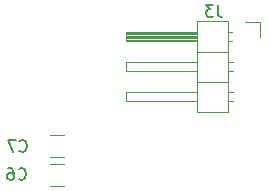
<source format=gbr>
G04 #@! TF.GenerationSoftware,KiCad,Pcbnew,(5.0.0)*
G04 #@! TF.CreationDate,2019-03-29T23:21:28-04:00*
G04 #@! TF.ProjectId,PoEShield,506F45536869656C642E6B696361645F,rev?*
G04 #@! TF.SameCoordinates,Original*
G04 #@! TF.FileFunction,Legend,Bot*
G04 #@! TF.FilePolarity,Positive*
%FSLAX46Y46*%
G04 Gerber Fmt 4.6, Leading zero omitted, Abs format (unit mm)*
G04 Created by KiCad (PCBNEW (5.0.0)) date 03/29/19 23:21:28*
%MOMM*%
%LPD*%
G01*
G04 APERTURE LIST*
%ADD10C,0.120000*%
%ADD11C,0.150000*%
G04 APERTURE END LIST*
D10*
G04 #@! TO.C,J3*
X152738000Y-91634000D02*
X152738000Y-99374000D01*
X152738000Y-99374000D02*
X150078000Y-99374000D01*
X150078000Y-99374000D02*
X150078000Y-91634000D01*
X150078000Y-91634000D02*
X152738000Y-91634000D01*
X150078000Y-92584000D02*
X144078000Y-92584000D01*
X144078000Y-92584000D02*
X144078000Y-93344000D01*
X144078000Y-93344000D02*
X150078000Y-93344000D01*
X150078000Y-92644000D02*
X144078000Y-92644000D01*
X150078000Y-92764000D02*
X144078000Y-92764000D01*
X150078000Y-92884000D02*
X144078000Y-92884000D01*
X150078000Y-93004000D02*
X144078000Y-93004000D01*
X150078000Y-93124000D02*
X144078000Y-93124000D01*
X150078000Y-93244000D02*
X144078000Y-93244000D01*
X153068000Y-92584000D02*
X152738000Y-92584000D01*
X153068000Y-93344000D02*
X152738000Y-93344000D01*
X152738000Y-94234000D02*
X150078000Y-94234000D01*
X150078000Y-95124000D02*
X144078000Y-95124000D01*
X144078000Y-95124000D02*
X144078000Y-95884000D01*
X144078000Y-95884000D02*
X150078000Y-95884000D01*
X153135071Y-95124000D02*
X152738000Y-95124000D01*
X153135071Y-95884000D02*
X152738000Y-95884000D01*
X152738000Y-96774000D02*
X150078000Y-96774000D01*
X150078000Y-97664000D02*
X144078000Y-97664000D01*
X144078000Y-97664000D02*
X144078000Y-98424000D01*
X144078000Y-98424000D02*
X150078000Y-98424000D01*
X153135071Y-97664000D02*
X152738000Y-97664000D01*
X153135071Y-98424000D02*
X152738000Y-98424000D01*
X155448000Y-92964000D02*
X155448000Y-91694000D01*
X155448000Y-91694000D02*
X154178000Y-91694000D01*
G04 #@! TO.C,C6*
X137623136Y-105596100D02*
X138827264Y-105596100D01*
X137623136Y-103776100D02*
X138827264Y-103776100D01*
G04 #@! TO.C,C7*
X137637436Y-101337700D02*
X138841564Y-101337700D01*
X137637436Y-103157700D02*
X138841564Y-103157700D01*
G04 #@! TO.C,J3*
D11*
X151854493Y-90287860D02*
X151854493Y-91002146D01*
X151902112Y-91145003D01*
X151997350Y-91240241D01*
X152140207Y-91287860D01*
X152235445Y-91287860D01*
X151473540Y-90287860D02*
X150854493Y-90287860D01*
X151187826Y-90668813D01*
X151044969Y-90668813D01*
X150949731Y-90716432D01*
X150902112Y-90764051D01*
X150854493Y-90859289D01*
X150854493Y-91097384D01*
X150902112Y-91192622D01*
X150949731Y-91240241D01*
X151044969Y-91287860D01*
X151330683Y-91287860D01*
X151425921Y-91240241D01*
X151473540Y-91192622D01*
G04 #@! TO.C,C6*
X134984786Y-105010222D02*
X135032405Y-105057841D01*
X135175262Y-105105460D01*
X135270500Y-105105460D01*
X135413358Y-105057841D01*
X135508596Y-104962603D01*
X135556215Y-104867365D01*
X135603834Y-104676889D01*
X135603834Y-104534032D01*
X135556215Y-104343556D01*
X135508596Y-104248318D01*
X135413358Y-104153080D01*
X135270500Y-104105460D01*
X135175262Y-104105460D01*
X135032405Y-104153080D01*
X134984786Y-104200699D01*
X134127643Y-104105460D02*
X134318120Y-104105460D01*
X134413358Y-104153080D01*
X134460977Y-104200699D01*
X134556215Y-104343556D01*
X134603834Y-104534032D01*
X134603834Y-104914984D01*
X134556215Y-105010222D01*
X134508596Y-105057841D01*
X134413358Y-105105460D01*
X134222881Y-105105460D01*
X134127643Y-105057841D01*
X134080024Y-105010222D01*
X134032405Y-104914984D01*
X134032405Y-104676889D01*
X134080024Y-104581651D01*
X134127643Y-104534032D01*
X134222881Y-104486413D01*
X134413358Y-104486413D01*
X134508596Y-104534032D01*
X134556215Y-104581651D01*
X134603834Y-104676889D01*
G04 #@! TO.C,C7*
X135066066Y-102637862D02*
X135113685Y-102685481D01*
X135256542Y-102733100D01*
X135351780Y-102733100D01*
X135494638Y-102685481D01*
X135589876Y-102590243D01*
X135637495Y-102495005D01*
X135685114Y-102304529D01*
X135685114Y-102161672D01*
X135637495Y-101971196D01*
X135589876Y-101875958D01*
X135494638Y-101780720D01*
X135351780Y-101733100D01*
X135256542Y-101733100D01*
X135113685Y-101780720D01*
X135066066Y-101828339D01*
X134732733Y-101733100D02*
X134066066Y-101733100D01*
X134494638Y-102733100D01*
G04 #@! TD*
M02*

</source>
